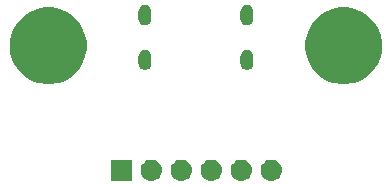
<source format=gbr>
G04 #@! TF.GenerationSoftware,KiCad,Pcbnew,(5.1.2-1)-1*
G04 #@! TF.CreationDate,2020-04-24T16:50:01+02:00*
G04 #@! TF.ProjectId,USB-C-Power-tester,5553422d-432d-4506-9f77-65722d746573,rev?*
G04 #@! TF.SameCoordinates,Original*
G04 #@! TF.FileFunction,Soldermask,Bot*
G04 #@! TF.FilePolarity,Negative*
%FSLAX46Y46*%
G04 Gerber Fmt 4.6, Leading zero omitted, Abs format (unit mm)*
G04 Created by KiCad (PCBNEW (5.1.2-1)-1) date 2020-04-24 16:50:01*
%MOMM*%
%LPD*%
G04 APERTURE LIST*
%ADD10C,0.100000*%
G04 APERTURE END LIST*
D10*
G36*
X88980443Y-70655519D02*
G01*
X89046627Y-70662037D01*
X89216466Y-70713557D01*
X89372991Y-70797222D01*
X89408729Y-70826552D01*
X89510186Y-70909814D01*
X89593448Y-71011271D01*
X89622778Y-71047009D01*
X89706443Y-71203534D01*
X89757963Y-71373373D01*
X89775359Y-71550000D01*
X89757963Y-71726627D01*
X89706443Y-71896466D01*
X89622778Y-72052991D01*
X89593448Y-72088729D01*
X89510186Y-72190186D01*
X89408729Y-72273448D01*
X89372991Y-72302778D01*
X89216466Y-72386443D01*
X89046627Y-72437963D01*
X88980442Y-72444482D01*
X88914260Y-72451000D01*
X88825740Y-72451000D01*
X88759558Y-72444482D01*
X88693373Y-72437963D01*
X88523534Y-72386443D01*
X88367009Y-72302778D01*
X88331271Y-72273448D01*
X88229814Y-72190186D01*
X88146552Y-72088729D01*
X88117222Y-72052991D01*
X88033557Y-71896466D01*
X87982037Y-71726627D01*
X87964641Y-71550000D01*
X87982037Y-71373373D01*
X88033557Y-71203534D01*
X88117222Y-71047009D01*
X88146552Y-71011271D01*
X88229814Y-70909814D01*
X88331271Y-70826552D01*
X88367009Y-70797222D01*
X88523534Y-70713557D01*
X88693373Y-70662037D01*
X88759557Y-70655519D01*
X88825740Y-70649000D01*
X88914260Y-70649000D01*
X88980443Y-70655519D01*
X88980443Y-70655519D01*
G37*
G36*
X86440443Y-70655519D02*
G01*
X86506627Y-70662037D01*
X86676466Y-70713557D01*
X86832991Y-70797222D01*
X86868729Y-70826552D01*
X86970186Y-70909814D01*
X87053448Y-71011271D01*
X87082778Y-71047009D01*
X87166443Y-71203534D01*
X87217963Y-71373373D01*
X87235359Y-71550000D01*
X87217963Y-71726627D01*
X87166443Y-71896466D01*
X87082778Y-72052991D01*
X87053448Y-72088729D01*
X86970186Y-72190186D01*
X86868729Y-72273448D01*
X86832991Y-72302778D01*
X86676466Y-72386443D01*
X86506627Y-72437963D01*
X86440442Y-72444482D01*
X86374260Y-72451000D01*
X86285740Y-72451000D01*
X86219558Y-72444482D01*
X86153373Y-72437963D01*
X85983534Y-72386443D01*
X85827009Y-72302778D01*
X85791271Y-72273448D01*
X85689814Y-72190186D01*
X85606552Y-72088729D01*
X85577222Y-72052991D01*
X85493557Y-71896466D01*
X85442037Y-71726627D01*
X85424641Y-71550000D01*
X85442037Y-71373373D01*
X85493557Y-71203534D01*
X85577222Y-71047009D01*
X85606552Y-71011271D01*
X85689814Y-70909814D01*
X85791271Y-70826552D01*
X85827009Y-70797222D01*
X85983534Y-70713557D01*
X86153373Y-70662037D01*
X86219557Y-70655519D01*
X86285740Y-70649000D01*
X86374260Y-70649000D01*
X86440443Y-70655519D01*
X86440443Y-70655519D01*
G37*
G36*
X83900443Y-70655519D02*
G01*
X83966627Y-70662037D01*
X84136466Y-70713557D01*
X84292991Y-70797222D01*
X84328729Y-70826552D01*
X84430186Y-70909814D01*
X84513448Y-71011271D01*
X84542778Y-71047009D01*
X84626443Y-71203534D01*
X84677963Y-71373373D01*
X84695359Y-71550000D01*
X84677963Y-71726627D01*
X84626443Y-71896466D01*
X84542778Y-72052991D01*
X84513448Y-72088729D01*
X84430186Y-72190186D01*
X84328729Y-72273448D01*
X84292991Y-72302778D01*
X84136466Y-72386443D01*
X83966627Y-72437963D01*
X83900442Y-72444482D01*
X83834260Y-72451000D01*
X83745740Y-72451000D01*
X83679558Y-72444482D01*
X83613373Y-72437963D01*
X83443534Y-72386443D01*
X83287009Y-72302778D01*
X83251271Y-72273448D01*
X83149814Y-72190186D01*
X83066552Y-72088729D01*
X83037222Y-72052991D01*
X82953557Y-71896466D01*
X82902037Y-71726627D01*
X82884641Y-71550000D01*
X82902037Y-71373373D01*
X82953557Y-71203534D01*
X83037222Y-71047009D01*
X83066552Y-71011271D01*
X83149814Y-70909814D01*
X83251271Y-70826552D01*
X83287009Y-70797222D01*
X83443534Y-70713557D01*
X83613373Y-70662037D01*
X83679557Y-70655519D01*
X83745740Y-70649000D01*
X83834260Y-70649000D01*
X83900443Y-70655519D01*
X83900443Y-70655519D01*
G37*
G36*
X81360443Y-70655519D02*
G01*
X81426627Y-70662037D01*
X81596466Y-70713557D01*
X81752991Y-70797222D01*
X81788729Y-70826552D01*
X81890186Y-70909814D01*
X81973448Y-71011271D01*
X82002778Y-71047009D01*
X82086443Y-71203534D01*
X82137963Y-71373373D01*
X82155359Y-71550000D01*
X82137963Y-71726627D01*
X82086443Y-71896466D01*
X82002778Y-72052991D01*
X81973448Y-72088729D01*
X81890186Y-72190186D01*
X81788729Y-72273448D01*
X81752991Y-72302778D01*
X81596466Y-72386443D01*
X81426627Y-72437963D01*
X81360442Y-72444482D01*
X81294260Y-72451000D01*
X81205740Y-72451000D01*
X81139558Y-72444482D01*
X81073373Y-72437963D01*
X80903534Y-72386443D01*
X80747009Y-72302778D01*
X80711271Y-72273448D01*
X80609814Y-72190186D01*
X80526552Y-72088729D01*
X80497222Y-72052991D01*
X80413557Y-71896466D01*
X80362037Y-71726627D01*
X80344641Y-71550000D01*
X80362037Y-71373373D01*
X80413557Y-71203534D01*
X80497222Y-71047009D01*
X80526552Y-71011271D01*
X80609814Y-70909814D01*
X80711271Y-70826552D01*
X80747009Y-70797222D01*
X80903534Y-70713557D01*
X81073373Y-70662037D01*
X81139557Y-70655519D01*
X81205740Y-70649000D01*
X81294260Y-70649000D01*
X81360443Y-70655519D01*
X81360443Y-70655519D01*
G37*
G36*
X78820443Y-70655519D02*
G01*
X78886627Y-70662037D01*
X79056466Y-70713557D01*
X79212991Y-70797222D01*
X79248729Y-70826552D01*
X79350186Y-70909814D01*
X79433448Y-71011271D01*
X79462778Y-71047009D01*
X79546443Y-71203534D01*
X79597963Y-71373373D01*
X79615359Y-71550000D01*
X79597963Y-71726627D01*
X79546443Y-71896466D01*
X79462778Y-72052991D01*
X79433448Y-72088729D01*
X79350186Y-72190186D01*
X79248729Y-72273448D01*
X79212991Y-72302778D01*
X79056466Y-72386443D01*
X78886627Y-72437963D01*
X78820442Y-72444482D01*
X78754260Y-72451000D01*
X78665740Y-72451000D01*
X78599558Y-72444482D01*
X78533373Y-72437963D01*
X78363534Y-72386443D01*
X78207009Y-72302778D01*
X78171271Y-72273448D01*
X78069814Y-72190186D01*
X77986552Y-72088729D01*
X77957222Y-72052991D01*
X77873557Y-71896466D01*
X77822037Y-71726627D01*
X77804641Y-71550000D01*
X77822037Y-71373373D01*
X77873557Y-71203534D01*
X77957222Y-71047009D01*
X77986552Y-71011271D01*
X78069814Y-70909814D01*
X78171271Y-70826552D01*
X78207009Y-70797222D01*
X78363534Y-70713557D01*
X78533373Y-70662037D01*
X78599557Y-70655519D01*
X78665740Y-70649000D01*
X78754260Y-70649000D01*
X78820443Y-70655519D01*
X78820443Y-70655519D01*
G37*
G36*
X77071000Y-72451000D02*
G01*
X75269000Y-72451000D01*
X75269000Y-70649000D01*
X77071000Y-70649000D01*
X77071000Y-72451000D01*
X77071000Y-72451000D01*
G37*
G36*
X70634239Y-57811467D02*
G01*
X70948282Y-57873934D01*
X71539926Y-58119001D01*
X71829523Y-58312504D01*
X72072391Y-58474783D01*
X72525217Y-58927609D01*
X72583909Y-59015448D01*
X72880999Y-59460074D01*
X73126066Y-60051718D01*
X73126066Y-60051719D01*
X73251000Y-60679803D01*
X73251000Y-61320197D01*
X73213169Y-61510384D01*
X73126066Y-61948282D01*
X72880999Y-62539926D01*
X72647629Y-62889188D01*
X72567535Y-63009058D01*
X72525216Y-63072392D01*
X72072392Y-63525216D01*
X71539926Y-63880999D01*
X70948282Y-64126066D01*
X70634239Y-64188533D01*
X70320197Y-64251000D01*
X69679803Y-64251000D01*
X69365761Y-64188533D01*
X69051718Y-64126066D01*
X68460074Y-63880999D01*
X67927608Y-63525216D01*
X67474784Y-63072392D01*
X67432466Y-63009058D01*
X67352371Y-62889188D01*
X67119001Y-62539926D01*
X66873934Y-61948282D01*
X66786831Y-61510384D01*
X66749000Y-61320197D01*
X66749000Y-60679803D01*
X66873934Y-60051719D01*
X66873934Y-60051718D01*
X67119001Y-59460074D01*
X67416091Y-59015448D01*
X67474783Y-58927609D01*
X67927609Y-58474783D01*
X68170477Y-58312504D01*
X68460074Y-58119001D01*
X69051718Y-57873934D01*
X69365761Y-57811467D01*
X69679803Y-57749000D01*
X70320197Y-57749000D01*
X70634239Y-57811467D01*
X70634239Y-57811467D01*
G37*
G36*
X95634239Y-57811467D02*
G01*
X95948282Y-57873934D01*
X96539926Y-58119001D01*
X96829523Y-58312504D01*
X97072391Y-58474783D01*
X97525217Y-58927609D01*
X97583909Y-59015448D01*
X97880999Y-59460074D01*
X98126066Y-60051718D01*
X98126066Y-60051719D01*
X98251000Y-60679803D01*
X98251000Y-61320197D01*
X98213169Y-61510384D01*
X98126066Y-61948282D01*
X97880999Y-62539926D01*
X97647629Y-62889188D01*
X97567535Y-63009058D01*
X97525216Y-63072392D01*
X97072392Y-63525216D01*
X96539926Y-63880999D01*
X95948282Y-64126066D01*
X95634239Y-64188533D01*
X95320197Y-64251000D01*
X94679803Y-64251000D01*
X94365761Y-64188533D01*
X94051718Y-64126066D01*
X93460074Y-63880999D01*
X92927608Y-63525216D01*
X92474784Y-63072392D01*
X92432466Y-63009058D01*
X92352371Y-62889188D01*
X92119001Y-62539926D01*
X91873934Y-61948282D01*
X91786831Y-61510384D01*
X91749000Y-61320197D01*
X91749000Y-60679803D01*
X91873934Y-60051719D01*
X91873934Y-60051718D01*
X92119001Y-59460074D01*
X92416091Y-59015448D01*
X92474783Y-58927609D01*
X92927609Y-58474783D01*
X93170477Y-58312504D01*
X93460074Y-58119001D01*
X94051718Y-57873934D01*
X94365761Y-57811467D01*
X94679803Y-57749000D01*
X95320197Y-57749000D01*
X95634239Y-57811467D01*
X95634239Y-57811467D01*
G37*
G36*
X86927496Y-61359587D02*
G01*
X87030860Y-61390942D01*
X87126120Y-61441860D01*
X87209617Y-61510384D01*
X87278141Y-61593881D01*
X87329059Y-61689141D01*
X87360414Y-61792505D01*
X87371001Y-61900000D01*
X87371001Y-62500000D01*
X87360414Y-62607495D01*
X87329059Y-62710859D01*
X87278141Y-62806119D01*
X87209617Y-62889616D01*
X87126120Y-62958140D01*
X87030860Y-63009058D01*
X86927496Y-63040413D01*
X86820001Y-63051000D01*
X86819999Y-63051000D01*
X86712504Y-63040413D01*
X86609140Y-63009058D01*
X86513880Y-62958140D01*
X86430383Y-62889616D01*
X86361859Y-62806119D01*
X86310941Y-62710859D01*
X86279586Y-62607495D01*
X86268999Y-62500000D01*
X86268999Y-61900000D01*
X86279586Y-61792505D01*
X86310941Y-61689141D01*
X86361859Y-61593881D01*
X86430383Y-61510384D01*
X86513880Y-61441860D01*
X86609140Y-61390942D01*
X86712504Y-61359587D01*
X86819999Y-61349000D01*
X86820001Y-61349000D01*
X86927496Y-61359587D01*
X86927496Y-61359587D01*
G37*
G36*
X78287496Y-61359587D02*
G01*
X78390860Y-61390942D01*
X78486120Y-61441860D01*
X78569617Y-61510384D01*
X78638141Y-61593881D01*
X78689059Y-61689141D01*
X78720414Y-61792505D01*
X78731001Y-61900000D01*
X78731001Y-62500000D01*
X78720414Y-62607495D01*
X78689059Y-62710859D01*
X78638141Y-62806119D01*
X78569617Y-62889616D01*
X78486120Y-62958140D01*
X78390860Y-63009058D01*
X78287496Y-63040413D01*
X78180001Y-63051000D01*
X78179999Y-63051000D01*
X78072504Y-63040413D01*
X77969140Y-63009058D01*
X77873880Y-62958140D01*
X77790383Y-62889616D01*
X77721859Y-62806119D01*
X77670941Y-62710859D01*
X77639586Y-62607495D01*
X77628999Y-62500000D01*
X77628999Y-61900000D01*
X77639586Y-61792505D01*
X77670941Y-61689141D01*
X77721859Y-61593881D01*
X77790383Y-61510384D01*
X77873880Y-61441860D01*
X77969140Y-61390942D01*
X78072504Y-61359587D01*
X78179999Y-61349000D01*
X78180001Y-61349000D01*
X78287496Y-61359587D01*
X78287496Y-61359587D01*
G37*
G36*
X78287496Y-57559587D02*
G01*
X78390860Y-57590942D01*
X78486120Y-57641860D01*
X78569617Y-57710384D01*
X78638141Y-57793881D01*
X78689059Y-57889141D01*
X78720414Y-57992505D01*
X78731001Y-58100000D01*
X78731001Y-58700000D01*
X78720414Y-58807495D01*
X78689059Y-58910859D01*
X78638141Y-59006119D01*
X78569617Y-59089616D01*
X78486120Y-59158140D01*
X78390860Y-59209058D01*
X78287496Y-59240413D01*
X78180001Y-59251000D01*
X78179999Y-59251000D01*
X78072504Y-59240413D01*
X77969140Y-59209058D01*
X77873880Y-59158140D01*
X77790383Y-59089616D01*
X77721859Y-59006119D01*
X77670941Y-58910859D01*
X77639586Y-58807495D01*
X77628999Y-58700000D01*
X77628999Y-58100000D01*
X77639586Y-57992505D01*
X77670941Y-57889141D01*
X77721859Y-57793881D01*
X77790383Y-57710384D01*
X77873880Y-57641860D01*
X77969140Y-57590942D01*
X78072504Y-57559587D01*
X78179999Y-57549000D01*
X78180001Y-57549000D01*
X78287496Y-57559587D01*
X78287496Y-57559587D01*
G37*
G36*
X86927496Y-57559587D02*
G01*
X87030860Y-57590942D01*
X87126120Y-57641860D01*
X87209617Y-57710384D01*
X87278141Y-57793881D01*
X87329059Y-57889141D01*
X87360414Y-57992505D01*
X87371001Y-58100000D01*
X87371001Y-58700000D01*
X87360414Y-58807495D01*
X87329059Y-58910859D01*
X87278141Y-59006119D01*
X87209617Y-59089616D01*
X87126120Y-59158140D01*
X87030860Y-59209058D01*
X86927496Y-59240413D01*
X86820001Y-59251000D01*
X86819999Y-59251000D01*
X86712504Y-59240413D01*
X86609140Y-59209058D01*
X86513880Y-59158140D01*
X86430383Y-59089616D01*
X86361859Y-59006119D01*
X86310941Y-58910859D01*
X86279586Y-58807495D01*
X86268999Y-58700000D01*
X86268999Y-58100000D01*
X86279586Y-57992505D01*
X86310941Y-57889141D01*
X86361859Y-57793881D01*
X86430383Y-57710384D01*
X86513880Y-57641860D01*
X86609140Y-57590942D01*
X86712504Y-57559587D01*
X86819999Y-57549000D01*
X86820001Y-57549000D01*
X86927496Y-57559587D01*
X86927496Y-57559587D01*
G37*
M02*

</source>
